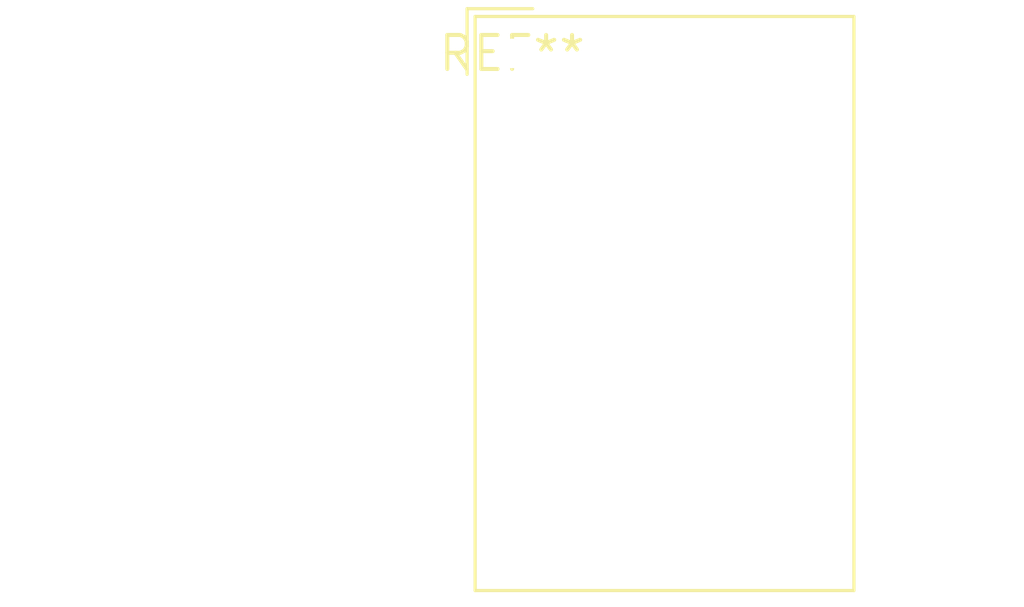
<source format=kicad_pcb>
(kicad_pcb (version 20240108) (generator pcbnew)
  (layers (0 "F.Cu" signal) (31 "B.Cu" signal) (34 "B.Paste" user) (35 "F.Paste" user) (36 "B.SilkS" user "B.Silkscreen") (37 "F.SilkS" user "F.Silkscreen") (38 "B.Mask" user) (39 "F.Mask" user) (44 "Edge.Cuts" user))
  (net 0 "")
  (footprint "Converter_DCDC_Silvertel_Ag99xxLP_THT" (layer "F.Cu") (at 0 0)
    (property "Reference" "REF**")
    (property "Value" "Converter_DCDC_Silvertel_Ag99xxLP_THT")
    (fp_line (start -1.68 -1.67) (end -1.68 0.78) (layer "F.SilkS") (stroke (width 0.12)))
    (fp_line (start -1.38 -1.38) (end -1.38 20.05) (layer "F.SilkS") (stroke (width 0.12)))
    (fp_line (start -1.38 -1.38) (end 12.76 -1.38) (layer "F.SilkS") (stroke (width 0.12)))
    (fp_line (start -1.38 20.05) (end 12.76 20.05) (layer "F.SilkS") (stroke (width 0.12)))
    (fp_line (start 0.77 -1.67) (end -1.68 -1.67) (layer "F.SilkS") (stroke (width 0.12)))
    (fp_line (start 12.76 -1.38) (end 12.76 20.05) (layer "F.SilkS") (stroke (width 0.12)))
    (pad "1" thru_hole roundrect (at 0 0 270) (size 2 2) (drill 1.1) (layers *.Cu *.Mask) (remove_unused_layers) (roundrect_rratio 0.125))
    (pad "2" thru_hole circle (at 0 2.54 270) (size 2 2) (drill 1.12) (layers *.Cu *.Mask) (remove_unused_layers))
    (pad "3" thru_hole circle (at 0 16.13 270) (size 2 2) (drill 1.12) (layers *.Cu *.Mask) (remove_unused_layers))
    (pad "4" thru_hole circle (at 0 18.67 270) (size 2 2) (drill 1.12) (layers *.Cu *.Mask) (remove_unused_layers))
    (pad "5" thru_hole circle (at 11.38 18.67 270) (size 2 2) (drill 1.12) (layers *.Cu *.Mask) (remove_unused_layers))
    (pad "6" thru_hole circle (at 11.38 16.13 270) (size 2 2) (drill 1.12) (layers *.Cu *.Mask) (remove_unused_layers))
    (pad "7" thru_hole circle (at 11.38 2.54 270) (size 2 2) (drill 1.12) (layers *.Cu *.Mask) (remove_unused_layers))
    (pad "8" thru_hole circle (at 11.38 0 270) (size 2 2) (drill 1.12) (layers *.Cu *.Mask) (remove_unused_layers))
  )
)
</source>
